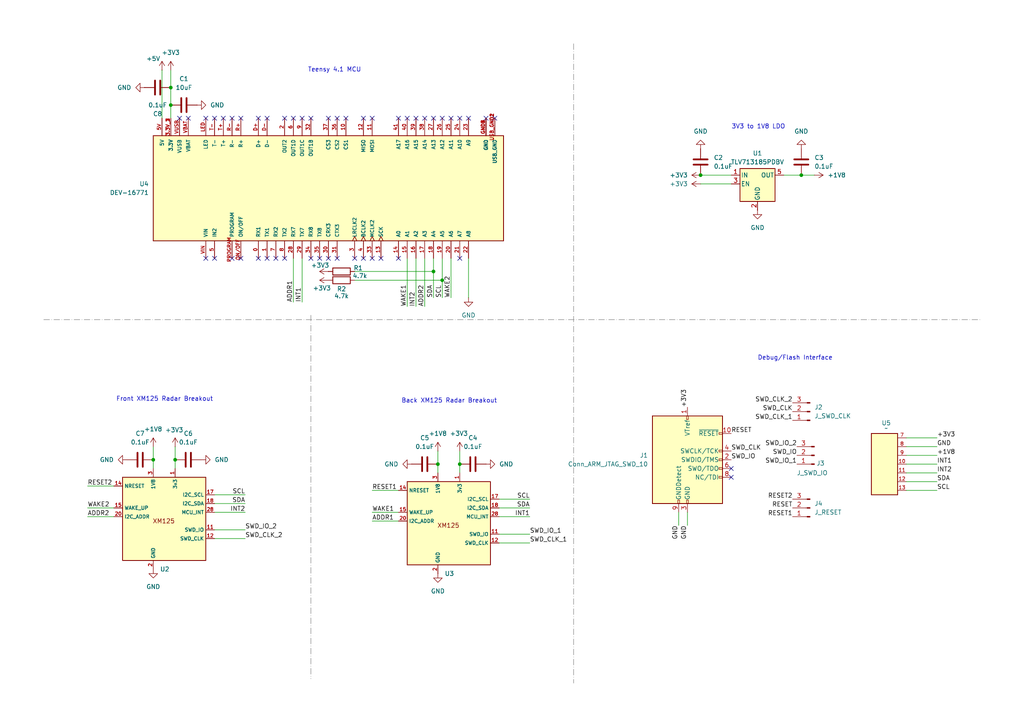
<source format=kicad_sch>
(kicad_sch (version 20250114) (generator "eeschema") (generator_version "9.0")
  (paper "A4")
  (lib_symbols
    (symbol "Acconeer:SWD_Debug"
      (property "Reference" "U5" (at 3.048 -12.192 0))
      (property "Value" "~" (at 3.048 -13.716 0))
      (symbol "SWD_Debug_1_1"
        (rectangle (start -1.27 -15.24) (end 6.35 -33.02) (stroke (width 0.254)) (fill (type background)))
        (pin bidirectional line (at 8.89 -16.51 180) (length 2.54) (name "") (number "7"))
        (pin bidirectional line (at 8.89 -19.05 180) (length 2.54) (name "") (number "8"))
        (pin power_in line (at 8.89 -21.59 180) (length 2.54) (name "") (number "9"))
        (pin bidirectional line (at 8.89 -24.13 180) (length 2.54) (name "") (number "10"))
        (pin bidirectional line (at 8.89 -26.67 180) (length 2.54) (name "") (number "11"))
        (pin bidirectional line (at 8.89 -29.21 180) (length 2.54) (name "") (number "12"))
        (pin bidirectional line (at 8.89 -31.75 180) (length 2.54) (name "") (number "13"))
      )
    )
    (symbol "Connector:Conn_01x03_Pin" (pin_names (offset 1.016) (hide yes))
      (property "Reference" "J" (at 0 5.08 0))
      (property "Value" "Conn_01x03_Pin" (at 0 -5.08 0))
      (symbol "Conn_01x03_Pin_1_1"
        (rectangle (start 0.8636 2.667) (end 0 2.413) (stroke (width 0.1524)) (fill (type outline)))
        (rectangle (start 0.8636 0.127) (end 0 -0.127) (stroke (width 0.1524)) (fill (type outline)))
        (rectangle (start 0.8636 -2.413) (end 0 -2.667) (stroke (width 0.1524)) (fill (type outline)))
        (polyline (pts (xy 1.27 2.54) (xy 0.8636 2.54)) (stroke (width 0.1524)))
        (polyline (pts (xy 1.27 0) (xy 0.8636 0)) (stroke (width 0.1524)))
        (polyline (pts (xy 1.27 -2.54) (xy 0.8636 -2.54)) (stroke (width 0.1524)))
        (pin passive line (at 5.08 2.54 180) (length 3.81) (name "Pin_1") (number "1"))
        (pin passive line (at 5.08 0 180) (length 3.81) (name "Pin_2") (number "2"))
        (pin passive line (at 5.08 -2.54 180) (length 3.81) (name "Pin_3") (number "3"))
      )
    )
    (symbol "Connector:Conn_ARM_JTAG_SWD_10" (pin_names (offset 1.016))
      (property "Reference" "J" (at -2.54 16.51 0))
      (property "Value" "Conn_ARM_JTAG_SWD_10" (at -2.54 13.97 0))
      (symbol "Conn_ARM_JTAG_SWD_10_0_1"
        (rectangle (start -10.16 12.7) (end 10.16 -12.7) (stroke (width 0.254)) (fill (type background)))
        (rectangle (start -2.794 -12.7) (end -2.286 -11.684))
        (rectangle (start -0.254 12.7) (end 0.254 11.684))
        (rectangle (start -0.254 -12.7) (end 0.254 -11.684))
        (rectangle (start 9.144 2.286) (end 10.16 2.794))
        (rectangle (start 10.16 7.874) (end 9.144 7.366))
        (rectangle (start 10.16 -0.254) (end 9.144 0.254))
        (rectangle (start 10.16 -2.794) (end 9.144 -2.286))
      )
      (symbol "Conn_ARM_JTAG_SWD_10_1_1"
        (rectangle (start 9.144 -5.334) (end 10.16 -4.826))
        (pin no_connect line (at -10.16 0 0) (length 2.54) (hide yes) (name "KEY") (number "7"))
        (pin passive line (at -2.54 -15.24 90) (length 2.54) (name "GNDDetect") (number "9"))
        (pin power_in line (at 0 15.24 270) (length 2.54) (name "VTref") (number "1"))
        (pin power_in line (at 0 -15.24 90) (length 2.54) (name "GND") (number "3"))
        (pin passive line (at 0 -15.24 90) (length 2.54) (hide yes) (name "GND") (number "5"))
        (pin open_collector line (at 12.7 7.62 180) (length 2.54) (name "~{RESET}") (number "10"))
        (pin output line (at 12.7 2.54 180) (length 2.54) (name "SWCLK/TCK") (number "4"))
        (pin bidirectional line (at 12.7 0 180) (length 2.54) (name "SWDIO/TMS") (number "2"))
        (pin input line (at 12.7 -2.54 180) (length 2.54) (name "SWO/TDO") (number "6"))
        (pin output line (at 12.7 -5.08 180) (length 2.54) (name "NC/TDI") (number "8"))
      )
    )
    (symbol "DEV-16771:DEV-16771" (pin_names (offset 1.016))
      (property "Reference" "U" (at -15.24 52.07 0))
      (property "Value" "DEV-16771" (at -15.24 -53.34 0))
      (symbol "DEV-16771_0_0"
        (rectangle (start -15.24 -50.8) (end 15.24 50.8) (stroke (width 0.254)) (fill (type background)))
        (pin input line (at -20.32 35.56 0) (length 5.08) (name "VIN") (number "VIN"))
        (pin bidirectional line (at -20.32 33.02 0) (length 5.08) (name "IN2") (number "5"))
        (pin bidirectional line (at -20.32 27.94 0) (length 5.08) (name "PROGRAM") (number "PROGRAM"))
        (pin bidirectional line (at -20.32 25.4 0) (length 5.08) (name "ON/OFF") (number "ON/OFF"))
        (pin bidirectional line (at -20.32 20.32 0) (length 5.08) (name "RX1") (number "0"))
        (pin bidirectional line (at -20.32 17.78 0) (length 5.08) (name "TX1") (number "1"))
        (pin bidirectional line (at -20.32 15.24 0) (length 5.08) (name "RX2") (number "7"))
        (pin bidirectional line (at -20.32 12.7 0) (length 5.08) (name "TX2") (number "8"))
        (pin bidirectional line (at -20.32 10.16 0) (length 5.08) (name "RX7") (number "28"))
        (pin bidirectional line (at -20.32 7.62 0) (length 5.08) (name "TX7") (number "29"))
        (pin bidirectional line (at -20.32 5.08 0) (length 5.08) (name "RX8") (number "34"))
        (pin bidirectional line (at -20.32 2.54 0) (length 5.08) (name "TX8") (number "35"))
        (pin bidirectional line (at -20.32 0 0) (length 5.08) (name "CRX3") (number "30"))
        (pin bidirectional line (at -20.32 -2.54 0) (length 5.08) (name "CTX3") (number "31"))
        (pin bidirectional clock (at -20.32 -7.62 0) (length 5.08) (name "LRCLK2") (number "3"))
        (pin bidirectional clock (at -20.32 -10.16 0) (length 5.08) (name "BCLK2") (number "4"))
        (pin bidirectional clock (at -20.32 -12.7 0) (length 5.08) (name "MCLK2") (number "33"))
        (pin bidirectional clock (at -20.32 -15.24 0) (length 5.08) (name "SCK") (number "13"))
        (pin bidirectional line (at -20.32 -20.32 0) (length 5.08) (name "A0") (number "14"))
        (pin bidirectional line (at -20.32 -22.86 0) (length 5.08) (name "A1") (number "15"))
        (pin bidirectional line (at -20.32 -25.4 0) (length 5.08) (name "A2") (number "16"))
        (pin bidirectional line (at -20.32 -27.94 0) (length 5.08) (name "A3") (number "17"))
        (pin bidirectional line (at -20.32 -30.48 0) (length 5.08) (name "A4") (number "18"))
        (pin bidirectional line (at -20.32 -33.02 0) (length 5.08) (name "A5") (number "19"))
        (pin bidirectional line (at -20.32 -35.56 0) (length 5.08) (name "A6") (number "20"))
        (pin bidirectional line (at -20.32 -38.1 0) (length 5.08) (name "A7") (number "21"))
        (pin bidirectional line (at -20.32 -40.64 0) (length 5.08) (name "A8") (number "22"))
        (pin power_in line (at 20.32 48.26 180) (length 5.08) (name "5V") (number "5V"))
        (pin power_in line (at 20.32 45.72 180) (length 5.08) (name "3.3V") (number "3.3V_1"))
        (pin power_in line (at 20.32 45.72 180) (length 5.08) (name "3.3V") (number "3.3V_2"))
        (pin power_in line (at 20.32 45.72 180) (length 5.08) (name "3.3V") (number "3.3V_3"))
        (pin passive line (at 20.32 43.18 180) (length 5.08) (name "VUSB") (number "VUSB"))
        (pin passive line (at 20.32 40.64 180) (length 5.08) (name "VBAT") (number "VBAT"))
        (pin bidirectional line (at 20.32 35.56 180) (length 5.08) (name "LED") (number "LED"))
        (pin bidirectional line (at 20.32 33.02 180) (length 5.08) (name "T-") (number "T-"))
        (pin bidirectional line (at 20.32 30.48 180) (length 5.08) (name "T+") (number "T+"))
        (pin bidirectional line (at 20.32 27.94 180) (length 5.08) (name "R-") (number "R-"))
        (pin bidirectional line (at 20.32 25.4 180) (length 5.08) (name "R+") (number "R+"))
        (pin bidirectional line (at 20.32 20.32 180) (length 5.08) (name "D+") (number "D+"))
        (pin bidirectional line (at 20.32 17.78 180) (length 5.08) (name "D-") (number "D-"))
        (pin output line (at 20.32 12.7 180) (length 5.08) (name "OUT2") (number "2"))
        (pin output line (at 20.32 10.16 180) (length 5.08) (name "OUT1D") (number "6"))
        (pin output line (at 20.32 7.62 180) (length 5.08) (name "OUT1C") (number "9"))
        (pin output line (at 20.32 5.08 180) (length 5.08) (name "OUT1B") (number "32"))
        (pin bidirectional line (at 20.32 0 180) (length 5.08) (name "CS3") (number "37"))
        (pin bidirectional line (at 20.32 -2.54 180) (length 5.08) (name "CS2") (number "36"))
        (pin bidirectional line (at 20.32 -5.08 180) (length 5.08) (name "CS1") (number "10"))
        (pin bidirectional line (at 20.32 -10.16 180) (length 5.08) (name "MISO") (number "12"))
        (pin bidirectional line (at 20.32 -12.7 180) (length 5.08) (name "MOSI") (number "11"))
        (pin bidirectional line (at 20.32 -20.32 180) (length 5.08) (name "A17") (number "41"))
        (pin bidirectional line (at 20.32 -22.86 180) (length 5.08) (name "A16") (number "40"))
        (pin bidirectional line (at 20.32 -25.4 180) (length 5.08) (name "A15") (number "39"))
        (pin bidirectional line (at 20.32 -27.94 180) (length 5.08) (name "A14") (number "38"))
        (pin bidirectional line (at 20.32 -30.48 180) (length 5.08) (name "A13") (number "27"))
        (pin bidirectional line (at 20.32 -33.02 180) (length 5.08) (name "A12") (number "26"))
        (pin bidirectional line (at 20.32 -35.56 180) (length 5.08) (name "A11") (number "25"))
        (pin bidirectional line (at 20.32 -38.1 180) (length 5.08) (name "A10") (number "24"))
        (pin bidirectional line (at 20.32 -40.64 180) (length 5.08) (name "A9") (number "23"))
        (pin power_in line (at 20.32 -45.72 180) (length 5.08) (name "GND") (number "GND1"))
        (pin power_in line (at 20.32 -45.72 180) (length 5.08) (name "GND") (number "GND2"))
        (pin power_in line (at 20.32 -45.72 180) (length 5.08) (name "GND") (number "GND3"))
        (pin power_in line (at 20.32 -45.72 180) (length 5.08) (name "GND") (number "GND4"))
        (pin power_in line (at 20.32 -45.72 180) (length 5.08) (name "GND") (number "GND5"))
        (pin power_in line (at 20.32 -48.26 180) (length 5.08) (name "USB_GND") (number "USB_GND1"))
        (pin power_in line (at 20.32 -48.26 180) (length 5.08) (name "USB_GND") (number "USB_GND2"))
      )
    )
    (symbol "Device:C" (pin_numbers (hide yes)) (pin_names (offset 0.254))
      (property "Reference" "C" (at 0.635 2.54 0))
      (property "Value" "C" (at 0.635 -2.54 0))
      (symbol "C_0_1"
        (polyline (pts (xy -2.032 0.762) (xy 2.032 0.762)) (stroke (width 0.508)))
        (polyline (pts (xy -2.032 -0.762) (xy 2.032 -0.762)) (stroke (width 0.508)))
      )
      (symbol "C_1_1"
        (pin passive line (at 0 3.81 270) (length 2.794) (name "~") (number "1"))
        (pin passive line (at 0 -3.81 90) (length 2.794) (name "~") (number "2"))
      )
    )
    (symbol "Device:R" (pin_numbers (hide yes)) (pin_names (offset 0))
      (property "Reference" "R" (at 2.032 0 90))
      (property "Value" "R" (at 0 0 90))
      (symbol "R_0_1"
        (rectangle (start -1.016 -2.54) (end 1.016 2.54) (stroke (width 0.254)))
      )
      (symbol "R_1_1"
        (pin passive line (at 0 3.81 270) (length 1.27) (name "~") (number "1"))
        (pin passive line (at 0 -3.81 90) (length 1.27) (name "~") (number "2"))
      )
    )
    (symbol "Regulator_Linear:TLV713185PDBV" (pin_names (offset 0.254))
      (property "Reference" "U" (at -3.81 5.715 0))
      (property "Value" "TLV713185PDBV" (at 0 5.715 0))
      (symbol "TLV713185PDBV_0_1"
        (rectangle (start -5.08 4.445) (end 5.08 -5.08) (stroke (width 0.254)) (fill (type background)))
      )
      (symbol "TLV713185PDBV_1_1"
        (pin power_in line (at -7.62 2.54 0) (length 2.54) (name "IN") (number "1"))
        (pin input line (at -7.62 0 0) (length 2.54) (name "EN") (number "3"))
        (pin power_in line (at 0 -7.62 90) (length 2.54) (name "GND") (number "2"))
        (pin no_connect line (at 5.08 0 180) (length 2.54) (hide yes) (name "NC") (number "4"))
        (pin power_out line (at 7.62 2.54 180) (length 2.54) (name "OUT") (number "5"))
      )
    )
    (symbol "XM125_1"
      (property "Reference" "U2" (at 10.8586 -26.67 0))
      (symbol "XM125_1_1_0"
        (pin input line (at -2.54 -2.54 0) (length 2.54) (name "NRESET") (number "14"))
        (pin input line (at -2.54 -8.89 0) (length 2.54) (name "WAKE_UP") (number "15"))
        (pin input line (at -2.54 -11.43 0) (length 2.54) (name "I2C_ADDR") (number "20"))
        (pin power_in line (at 8.89 2.54 270) (length 2.54) (name "1V8") (number "3"))
        (pin power_in line (at 8.89 -26.67 90) (length 2.54) (hide yes) (name "GND") (number "10"))
        (pin power_in line (at 8.89 -26.67 90) (length 2.54) (hide yes) (name "GND") (number "13"))
        (pin power_in line (at 8.89 -26.67 90) (length 2.54) (hide yes) (name "GND") (number "16"))
        (pin power_in line (at 8.89 -26.67 90) (length 2.54) (hide yes) (name "GND") (number "19"))
        (pin power_in line (at 8.89 -26.67 90) (length 2.54) (name "GND") (number "2"))
        (pin power_in line (at 8.89 -26.67 90) (length 2.54) (hide yes) (name "GND") (number "22"))
        (pin power_in line (at 8.89 -26.67 90) (length 2.54) (hide yes) (name "GND") (number "27"))
        (pin power_in line (at 8.89 -26.67 90) (length 2.54) (hide yes) (name "GND") (number "4"))
        (pin power_in line (at 8.89 -26.67 90) (length 2.54) (hide yes) (name "GND") (number "7"))
        (pin power_in line (at 15.24 2.54 270) (length 2.54) (name "3v3") (number "1"))
        (pin bidirectional line (at 26.67 -5.08 180) (length 2.54) (name "I2C_SCL") (number "17"))
        (pin bidirectional line (at 26.67 -7.62 180) (length 2.54) (name "I2C_SDA") (number "18"))
        (pin output line (at 26.67 -10.16 180) (length 2.54) (name "MCU_INT") (number "28"))
      )
      (symbol "XM125_1_1_1"
        (rectangle (start 0 0) (end 24.13 -24.13) (stroke (width 0.254)) (fill (type background)))
        (text "XM125" (at 11.938 -12.7 0) (effects (font (size 1.27 1.27))))
        (pin bidirectional line (at 26.67 -15.24 180) (length 2.54) (name "SWD_IO") (number "11"))
        (pin bidirectional line (at 26.67 -17.78 180) (length 2.54) (name "SWD_CLK") (number "12"))
      )
    )
    (symbol "power:+1V8" (power) (pin_numbers (hide yes)) (pin_names (offset 0) (hide yes))
      (property "Value" "+1V8" (at 0 3.556 0))
      (symbol "+1V8_0_1"
        (polyline (pts (xy -0.762 1.27) (xy 0 2.54)))
        (polyline (pts (xy 0 2.54) (xy 0.762 1.27)))
        (polyline (pts (xy 0 0) (xy 0 2.54)))
      )
      (symbol "+1V8_1_1"
        (pin power_in line (at 0 0 90) (length 0) (name "~") (number "1"))
      )
    )
    (symbol "power:+3.3V" (power) (pin_numbers (hide yes)) (pin_names (offset 0) (hide yes))
      (property "Value" "+3.3V" (at 0 3.556 0))
      (symbol "+3.3V_0_1"
        (polyline (pts (xy -0.762 1.27) (xy 0 2.54)))
        (polyline (pts (xy 0 2.54) (xy 0.762 1.27)))
        (polyline (pts (xy 0 0) (xy 0 2.54)))
      )
      (symbol "+3.3V_1_1"
        (pin power_in line (at 0 0 90) (length 0) (name "~") (number "1"))
      )
    )
    (symbol "power:+3V3" (power) (pin_numbers (hide yes)) (pin_names (offset 0) (hide yes))
      (property "Value" "+3V3" (at 0 3.556 0))
      (symbol "+3V3_0_1"
        (polyline (pts (xy -0.762 1.27) (xy 0 2.54)))
        (polyline (pts (xy 0 2.54) (xy 0.762 1.27)))
        (polyline (pts (xy 0 0) (xy 0 2.54)))
      )
      (symbol "+3V3_1_1"
        (pin power_in line (at 0 0 90) (length 0) (name "~") (number "1"))
      )
    )
    (symbol "power:+5V" (power) (pin_numbers (hide yes)) (pin_names (offset 0) (hide yes))
      (property "Value" "+5V" (at 0 3.556 0))
      (symbol "+5V_0_1"
        (polyline (pts (xy -0.762 1.27) (xy 0 2.54)))
        (polyline (pts (xy 0 2.54) (xy 0.762 1.27)))
        (polyline (pts (xy 0 0) (xy 0 2.54)))
      )
      (symbol "+5V_1_1"
        (pin power_in line (at 0 0 90) (length 0) (name "~") (number "1"))
      )
    )
    (symbol "power:GND" (power) (pin_numbers (hide yes)) (pin_names (offset 0) (hide yes))
      (property "Value" "GND" (at 0 -3.81 0))
      (symbol "GND_0_1"
        (polyline (pts (xy 0 0) (xy 0 -1.27) (xy 1.27 -1.27) (xy 0 -2.54) (xy -1.27 -1.27) (xy 0 -1.27)))
      )
      (symbol "GND_1_1"
        (pin power_in line (at 0 0 270) (length 0) (name "~") (number "1"))
      )
    )
  )
  (text "3V3 to 1V8 LDO" (at 219.964 36.83 0) (effects (font (size 1.27 1.27))))
  (text "Front XM125 Radar Breakout" (at 47.752 115.824 0) (effects (font (size 1.27 1.27))))
  (text "Back XM125 Radar Breakout" (at 130.302 116.332 0) (effects (font (size 1.27 1.27))))
  (text "Debug/Flash Interface" (at 230.632 103.886 0) (effects (font (size 1.27 1.27))))
  (text "Teensy 4.1 MCU" (at 97.028 20.32 0) (effects (font (size 1.27 1.27))))
  (junction (at 50.8 133.35))
  (junction (at 44.45 133.35))
  (junction (at 203.2 50.8))
  (junction (at 128.27 81.28))
  (junction (at 49.53 25.4))
  (junction (at 125.73 78.74))
  (junction (at 133.35 134.62))
  (junction (at 127 134.62))
  (junction (at 232.41 50.8))
  (junction (at 49.53 30.48))
  (no_connect (at 54.61 34.29))
  (no_connect (at 105.41 34.29))
  (no_connect (at 90.17 34.29))
  (no_connect (at 107.95 34.29))
  (no_connect (at 67.31 34.29))
  (no_connect (at 59.69 74.93))
  (no_connect (at 95.25 74.93))
  (no_connect (at 125.73 34.29))
  (no_connect (at 100.33 34.29))
  (no_connect (at 67.31 74.93))
  (no_connect (at 212.09 135.89))
  (no_connect (at 212.09 138.43))
  (no_connect (at 82.55 34.29))
  (no_connect (at 135.89 34.29))
  (no_connect (at 140.97 34.29))
  (no_connect (at 77.47 34.29))
  (no_connect (at 95.25 34.29))
  (no_connect (at 87.63 34.29))
  (no_connect (at 62.23 74.93))
  (no_connect (at 74.93 74.93))
  (no_connect (at 80.01 74.93))
  (no_connect (at 105.41 74.93))
  (no_connect (at 107.95 74.93))
  (no_connect (at 92.71 74.93))
  (no_connect (at 123.19 34.29))
  (no_connect (at 128.27 34.29))
  (no_connect (at 82.55 74.93))
  (no_connect (at 110.49 74.93))
  (no_connect (at 102.87 74.93))
  (no_connect (at 120.65 34.29))
  (no_connect (at 64.77 34.29))
  (no_connect (at 130.81 34.29))
  (no_connect (at 85.09 34.29))
  (no_connect (at 74.93 34.29))
  (no_connect (at 59.69 34.29))
  (no_connect (at 62.23 34.29))
  (no_connect (at 133.35 74.93))
  (no_connect (at 143.51 34.29))
  (no_connect (at 97.79 34.29))
  (no_connect (at 115.57 34.29))
  (no_connect (at 118.11 34.29))
  (no_connect (at 69.85 74.93))
  (no_connect (at 52.07 34.29))
  (no_connect (at 97.79 74.93))
  (no_connect (at 77.47 74.93))
  (no_connect (at 69.85 34.29))
  (no_connect (at 90.17 74.93))
  (no_connect (at 115.57 74.93))
  (no_connect (at 133.35 34.29))
  (wire (pts (xy 127 134.62) (xy 127 137.16)))
  (polyline (pts (xy 12.7 92.71) (xy 284.48 92.71)) (stroke (width 0) (type dash_dot) (color 132 132 132 1)))
  (wire (pts (xy 262.89 139.7) (xy 271.78 139.7)))
  (wire (pts (xy 25.4 140.97) (xy 33.02 140.97)))
  (wire (pts (xy 118.11 74.93) (xy 118.11 88.9)))
  (wire (pts (xy 144.78 147.32) (xy 153.67 147.32)))
  (wire (pts (xy 85.09 74.93) (xy 85.09 87.63)))
  (wire (pts (xy 135.89 74.93) (xy 135.89 86.36)))
  (wire (pts (xy 196.85 148.59) (xy 196.85 152.4)))
  (wire (pts (xy 102.87 81.28) (xy 128.27 81.28)))
  (wire (pts (xy 107.95 142.24) (xy 115.57 142.24)))
  (wire (pts (xy 62.23 146.05) (xy 71.12 146.05)))
  (wire (pts (xy 128.27 74.93) (xy 128.27 81.28)))
  (wire (pts (xy 125.73 74.93) (xy 125.73 78.74)))
  (wire (pts (xy 262.89 129.54) (xy 271.78 129.54)))
  (wire (pts (xy 262.89 134.62) (xy 271.78 134.62)))
  (wire (pts (xy 62.23 143.51) (xy 71.12 143.51)))
  (polyline (pts (xy 165.1 448.31) (xy 165.1 262.89)) (stroke (width 0) (type dash_dot) (color 132 132 132 1)))
  (polyline (pts (xy 90.17 91.44) (xy 90.17 196.85)) (stroke (width 0) (type dash_dot) (color 132 132 132 1)))
  (wire (pts (xy 25.4 147.32) (xy 33.02 147.32)))
  (wire (pts (xy 144.78 149.86) (xy 153.67 149.86)))
  (wire (pts (xy 262.89 142.24) (xy 271.78 142.24)))
  (wire (pts (xy 232.41 50.8) (xy 236.22 50.8)))
  (wire (pts (xy 144.78 144.78) (xy 153.67 144.78)))
  (wire (pts (xy 203.2 50.8) (xy 212.09 50.8)))
  (wire (pts (xy 144.78 154.94) (xy 153.67 154.94)))
  (wire (pts (xy 62.23 148.59) (xy 71.12 148.59)))
  (wire (pts (xy 102.87 78.74) (xy 125.73 78.74)))
  (wire (pts (xy 127 130.81) (xy 127 134.62)))
  (wire (pts (xy 107.95 151.13) (xy 115.57 151.13)))
  (wire (pts (xy 227.33 50.8) (xy 232.41 50.8)))
  (wire (pts (xy 120.65 74.93) (xy 120.65 88.9)))
  (wire (pts (xy 62.23 156.21) (xy 71.12 156.21)))
  (wire (pts (xy 144.78 157.48) (xy 153.67 157.48)))
  (wire (pts (xy 49.53 25.4) (xy 49.53 30.48)))
  (wire (pts (xy 49.53 20.32) (xy 49.53 25.4)))
  (wire (pts (xy 25.4 149.86) (xy 33.02 149.86)))
  (wire (pts (xy 44.45 133.35) (xy 44.45 135.89)))
  (wire (pts (xy 46.99 20.32) (xy 46.99 34.29)))
  (wire (pts (xy 50.8 133.35) (xy 50.8 135.89)))
  (wire (pts (xy 123.19 74.93) (xy 123.19 88.9)))
  (wire (pts (xy 62.23 153.67) (xy 71.12 153.67)))
  (wire (pts (xy 133.35 134.62) (xy 133.35 137.16)))
  (wire (pts (xy 262.89 137.16) (xy 271.78 137.16)))
  (polyline (pts (xy 166.37 12.7) (xy 166.37 198.12)) (stroke (width 0) (type dash_dot) (color 132 132 132 1)))
  (wire (pts (xy 44.45 129.54) (xy 44.45 133.35)))
  (wire (pts (xy 133.35 130.81) (xy 133.35 134.62)))
  (wire (pts (xy 125.73 78.74) (xy 125.73 86.36)))
  (wire (pts (xy 262.89 127) (xy 271.78 127)))
  (wire (pts (xy 262.89 132.08) (xy 271.78 132.08)))
  (wire (pts (xy 203.2 53.34) (xy 212.09 53.34)))
  (wire (pts (xy 128.27 81.28) (xy 128.27 86.36)))
  (wire (pts (xy 50.8 129.54) (xy 50.8 133.35)))
  (wire (pts (xy 87.63 74.93) (xy 87.63 87.63)))
  (wire (pts (xy 49.53 30.48) (xy 49.53 34.29)))
  (wire (pts (xy 130.81 74.93) (xy 130.81 86.36)))
  (wire (pts (xy 199.39 148.59) (xy 199.39 152.4)))
  (wire (pts (xy 107.95 148.59) (xy 115.57 148.59)))
  (label "SWD_IO_2" (at 231.14 129.54 180))
  (label "GND" (at 196.85 152.4 270))
  (label "RESET" (at 229.87 147.32 180))
  (label "SWD_CLK_1" (at 229.87 121.92 180))
  (label "+3V3" (at 271.78 127 0))
  (label "SCL" (at 271.78 142.24 0))
  (label "SWD_CLK_2" (at 71.12 156.21 0))
  (label "RESET2" (at 25.4 140.97 0))
  (label "ADDR2" (at 25.4 149.86 0))
  (label "RESET2" (at 229.87 144.78 180))
  (label "SWD_CLK" (at 212.09 130.81 0))
  (label "SDA" (at 125.73 86.36 90))
  (label "RESET1" (at 107.95 142.24 0))
  (label "ADDR1" (at 107.95 151.13 0))
  (label "WAKE1" (at 118.11 88.9 90))
  (label "RESET1" (at 229.87 149.86 180))
  (label "SWD_IO_1" (at 153.67 154.94 0))
  (label "INT2" (at 71.12 148.59 180))
  (label "RESET" (at 212.09 125.73 0))
  (label "SDA" (at 71.12 146.05 180))
  (label "ADDR1" (at 85.09 87.63 90))
  (label "SWD_IO" (at 212.09 133.35 0))
  (label "+3V3" (at 199.39 118.11 90))
  (label "SCL" (at 153.67 144.78 180))
  (label "SWD_CLK" (at 229.87 119.38 180))
  (label "WAKE2" (at 25.4 147.32 0))
  (label "SCL" (at 128.27 86.36 90))
  (label "+1V8" (at 271.78 132.08 0))
  (label "SWD_IO_1" (at 231.14 134.62 180))
  (label "SDA" (at 271.78 139.7 0))
  (label "INT1" (at 87.63 87.63 90))
  (label "WAKE1" (at 107.95 148.59 0))
  (label "INT2" (at 271.78 137.16 0))
  (label "SWD_CLK_2" (at 229.87 116.84 180))
  (label "INT1" (at 153.67 149.86 180))
  (label "SWD_IO_2" (at 71.12 153.67 0))
  (label "GND" (at 199.39 152.4 270))
  (label "ADDR2" (at 123.19 88.9 90))
  (label "SWD_CLK_1" (at 153.67 157.48 0))
  (label "INT1" (at 271.78 134.62 0))
  (label "SWD_IO" (at 231.14 132.08 180))
  (label "INT2" (at 120.65 88.9 90))
  (label "SDA" (at 153.67 147.32 180))
  (label "SCL" (at 71.12 143.51 180))
  (label "GND" (at 271.78 129.54 0))
  (label "WAKE2" (at 130.81 86.36 90))
  (symbol (lib_id "Device:C") (at 45.72 25.4 270) (unit 1)
    (property "Reference" "C8" (at 45.72 33.02 90))
    (property "Value" "0.1uF" (at 45.72 30.48 90))
    (property "Footprint" "Capacitor_SMD:C_0603_1608Metric_Pad1.08x0.95mm_HandSolder" (effects (hide yes)))
    (property "Description" "Unpolarized capacitor" (effects (hide yes)))
  )
  (symbol (lib_id "power:GND") (at 119.38 134.62 270) (unit 1)
    (property "Reference" "#PWR021" (effects (hide yes)))
    (property "Value" "GND" (at 115.57 134.6199 90) (effects (justify right)))
    (property "Description" "Power symbol creates a global label with name \"GND\" , ground" (effects (hide yes)))
  )
  (symbol (lib_name "XM125_1") (lib_id "Acconeer:XM125") (at 35.56 138.43 0) (unit 1)
    (property "Reference" "U2" (at 46.4186 165.1 0) (effects (justify left)))
    (property "Footprint" "Acconeer:XM125" (effects (hide yes)))
  )
  (symbol (lib_id "power:GND") (at 140.97 134.62 90) (unit 1)
    (property "Reference" "#PWR020" (effects (hide yes)))
    (property "Value" "GND" (at 144.78 134.6199 90) (effects (justify right)))
    (property "Description" "Power symbol creates a global label with name \"GND\" , ground" (effects (hide yes)))
  )
  (symbol (lib_id "power:+3.3V") (at 203.2 50.8 90) (unit 1)
    (property "Reference" "#PWR012" (effects (hide yes)))
    (property "Value" "+3V3" (at 196.85 50.8 90))
    (property "Description" "Power symbol creates a global label with name \"+3.3V\"" (effects (hide yes)))
  )
  (symbol (lib_id "Device:C") (at 203.2 46.99 180) (unit 1)
    (property "Reference" "C2" (at 207.01 45.7199 0) (effects (justify right)))
    (property "Value" "0.1uF" (at 207.01 48.2599 0) (effects (justify right)))
    (property "Footprint" "Capacitor_SMD:C_0603_1608Metric_Pad1.08x0.95mm_HandSolder" (effects (hide yes)))
    (property "Description" "Unpolarized capacitor" (effects (hide yes)))
  )
  (symbol (lib_id "Device:R") (at 99.06 81.28 90) (unit 1)
    (property "Reference" "R2" (at 99.06 83.82 90))
    (property "Value" "4.7k" (at 99.06 85.852 90))
    (property "Footprint" "Resistor_SMD:R_0603_1608Metric_Pad0.98x0.95mm_HandSolder" (effects (hide yes)))
    (property "Description" "Resistor" (effects (hide yes)))
  )
  (symbol (lib_id "Connector:Conn_01x03_Pin") (at 234.95 119.38 180) (unit 1)
    (property "Reference" "J2" (at 236.22 118.1099 0) (effects (justify right)))
    (property "Value" "J_SWD_CLK" (at 236.22 120.6499 0) (effects (justify right)))
    (property "Footprint" "Connector_PinHeader_1.27mm:PinHeader_1x03_P1.27mm_Vertical" (effects (hide yes)))
    (property "Description" "Generic connector, single row, 01x03, script generated" (effects (hide yes)))
  )
  (symbol (lib_id "Connector:Conn_ARM_JTAG_SWD_10") (at 199.39 133.35 0) (unit 1)
    (property "Reference" "J1" (at 187.96 132.0799 0) (effects (justify right)))
    (property "Value" "Conn_ARM_JTAG_SWD_10" (at 187.96 134.6199 0) (effects (justify right)))
    (property "Footprint" "FTS-105-03-L-DV:FTS-105-03-L-DV" (effects (hide yes)))
    (property "Datasheet" "http://infocenter.arm.com/help/topic/com.arm.doc.ddi0314h/DDI0314H_coresight_components_trm.pdf" (effects (hide yes)))
    (property "Description" "Cortex Debug Connector, standard ARM Cortex-M SWD and JTAG interface" (effects (hide yes)))
  )
  (symbol (lib_id "power:+3V3") (at 95.25 78.74 90) (unit 1)
    (property "Reference" "#PWR025" (effects (hide yes)))
    (property "Value" "+3V3" (at 95.504 76.962 90) (effects (justify left)))
    (property "Description" "Power symbol creates a global label with name \"+3V3\"" (effects (hide yes)))
  )
  (symbol (lib_id "power:+1V8") (at 44.45 129.54 0) (unit 1)
    (property "Reference" "#PWR015" (effects (hide yes)))
    (property "Value" "+1V8" (at 44.45 124.46 0))
    (property "Description" "Power symbol creates a global label with name \"+1V8\"" (effects (hide yes)))
  )
  (symbol (lib_id "power:GND") (at 203.2 43.18 180) (unit 1)
    (property "Reference" "#PWR022" (effects (hide yes)))
    (property "Value" "GND" (at 203.2 38.1 0))
    (property "Description" "Power symbol creates a global label with name \"GND\" , ground" (effects (hide yes)))
  )
  (symbol (lib_id "power:GND") (at 41.91 25.4 270) (unit 1)
    (property "Reference" "#PWR024" (effects (hide yes)))
    (property "Value" "GND" (at 38.1 25.4001 90) (effects (justify right)))
    (property "Description" "Power symbol creates a global label with name \"GND\" , ground" (effects (hide yes)))
  )
  (symbol (lib_id "power:GND") (at 58.42 133.35 90) (unit 1)
    (property "Reference" "#PWR019" (effects (hide yes)))
    (property "Value" "GND" (at 62.23 133.3499 90) (effects (justify right)))
    (property "Description" "Power symbol creates a global label with name \"GND\" , ground" (effects (hide yes)))
  )
  (symbol (lib_id "DEV-16771:DEV-16771") (at 95.25 54.61 90) (unit 1)
    (property "Reference" "U4" (at 43.18 53.3399 90) (effects (justify left)))
    (property "Value" "DEV-16771" (at 43.18 55.8799 90) (effects (justify left)))
    (property "Footprint" "DEV-16771:MODULE_DEV-16771" (effects (hide yes)))
    (property "MF" "SparkFun Electronics" (effects (hide yes)))
    (property "MAXIMUM_PACKAGE_HEIGHT" "4.07mm" (effects (hide yes)))
    (property "Package" "None" (effects (hide yes)))
    (property "Price" "None" (effects (hide yes)))
    (property "Check_prices" "https://www.snapeda.com/parts/DEV-16771/SparkFun/view-part/?ref=eda" (effects (hide yes)))
    (property "STANDARD" "Manufacturer recommendations" (effects (hide yes)))
    (property "PARTREV" "4.1" (effects (hide yes)))
    (property "SnapEDA_Link" "https://www.snapeda.com/parts/DEV-16771/SparkFun/view-part/?ref=snap" (effects (hide yes)))
    (property "MP" "DEV-16771" (effects (hide yes)))
    (property "Description_1" "RT1062 Teensy 4.1 series ARM® Cortex®-M7 MPU Embedded Evaluation Board" (effects (hide yes)))
    (property "Availability" "In Stock" (effects (hide yes)))
    (property "MANUFACTURER" "SparkFun Electronics" (effects (hide yes)))
  )
  (symbol (lib_id "Device:C") (at 123.19 134.62 270) (unit 1)
    (property "Reference" "C5" (at 123.19 127 90))
    (property "Value" "0.1uF" (at 123.19 129.54 90))
    (property "Footprint" "Capacitor_SMD:C_0603_1608Metric_Pad1.08x0.95mm_HandSolder" (effects (hide yes)))
    (property "Description" "Unpolarized capacitor" (effects (hide yes)))
  )
  (symbol (lib_id "Acconeer:SWD_Debug") (at 254 110.49 0) (unit 1)
    (property "Reference" "U5" (at 257.048 122.682 0))
    (property "Value" "~" (at 257.048 124.206 0))
    (property "Footprint" "Acconeer:Debug" (effects (hide yes)))
  )
  (symbol (lib_id "power:+3.3V") (at 50.8 129.54 0) (unit 1)
    (property "Reference" "#PWR06" (effects (hide yes)))
    (property "Value" "+3V3" (at 50.546 124.714 0))
    (property "Description" "Power symbol creates a global label with name \"+3.3V\"" (effects (hide yes)))
  )
  (symbol (lib_id "power:GND") (at 232.41 43.18 180) (unit 1)
    (property "Reference" "#PWR023" (effects (hide yes)))
    (property "Value" "GND" (at 232.41 38.1 0))
    (property "Description" "Power symbol creates a global label with name \"GND\" , ground" (effects (hide yes)))
  )
  (symbol (lib_id "Device:R") (at 99.06 78.74 90) (unit 1)
    (property "Reference" "R1" (at 103.886 77.724 90))
    (property "Value" "4.7k" (at 104.394 80.01 90))
    (property "Footprint" "Resistor_SMD:R_0603_1608Metric_Pad0.98x0.95mm_HandSolder" (effects (hide yes)))
    (property "Description" "Resistor" (effects (hide yes)))
  )
  (symbol (lib_id "power:GND") (at 135.89 86.36 0) (unit 1)
    (property "Reference" "#PWR01" (effects (hide yes)))
    (property "Value" "GND" (at 135.89 91.44 0))
    (property "Description" "Power symbol creates a global label with name \"GND\" , ground" (effects (hide yes)))
  )
  (symbol (lib_id "power:+3.3V") (at 133.35 130.81 0) (unit 1)
    (property "Reference" "#PWR07" (effects (hide yes)))
    (property "Value" "+3V3" (at 133.096 125.73 0))
    (property "Description" "Power symbol creates a global label with name \"+3.3V\"" (effects (hide yes)))
  )
  (symbol (lib_id "power:+3V3") (at 95.25 81.28 90) (unit 1)
    (property "Reference" "#PWR026" (effects (hide yes)))
    (property "Value" "+3V3" (at 96.012 83.566 90) (effects (justify left)))
    (property "Description" "Power symbol creates a global label with name \"+3V3\"" (effects (hide yes)))
  )
  (symbol (lib_id "power:GND") (at 36.83 133.35 270) (unit 1)
    (property "Reference" "#PWR018" (effects (hide yes)))
    (property "Value" "GND" (at 33.02 133.3499 90) (effects (justify right)))
    (property "Description" "Power symbol creates a global label with name \"GND\" , ground" (effects (hide yes)))
  )
  (symbol (lib_id "power:+1V8") (at 236.22 50.8 270) (unit 1)
    (property "Reference" "#PWR09" (effects (hide yes)))
    (property "Value" "+1V8" (at 240.03 50.7999 90) (effects (justify left)))
    (property "Description" "Power symbol creates a global label with name \"+1V8\"" (effects (hide yes)))
  )
  (symbol (lib_id "power:+1V8") (at 127 130.81 0) (unit 1)
    (property "Reference" "#PWR014" (effects (hide yes)))
    (property "Value" "+1V8" (at 127 125.73 0))
    (property "Description" "Power symbol creates a global label with name \"+1V8\"" (effects (hide yes)))
  )
  (symbol (lib_id "Regulator_Linear:TLV713185PDBV") (at 219.71 53.34 0) (unit 1)
    (property "Reference" "U1" (at 219.71 44.45 0))
    (property "Value" "TLV713185PDBV" (at 219.71 46.99 0))
    (property "Footprint" "Package_TO_SOT_SMD:SOT-23-5_HandSoldering" (effects (hide yes)))
    (property "Datasheet" "http://www.ti.com/lit/ds/symlink/tlv713p.pdf" (effects (hide yes)))
    (property "Description" "150mA Low Dropout Voltage Regulator, Fixed Output 1.8V, SOT-23-5" (effects (hide yes)))
  )
  (symbol (lib_id "Device:C") (at 53.34 30.48 90) (unit 1)
    (property "Reference" "C1" (at 53.34 22.86 90))
    (property "Value" "10uF" (at 53.34 25.4 90))
    (property "Footprint" "Capacitor_SMD:C_0603_1608Metric_Pad1.08x0.95mm_HandSolder" (effects (hide yes)))
    (property "Description" "Unpolarized capacitor" (effects (hide yes)))
  )
  (symbol (lib_name "XM125_1") (lib_id "Acconeer:XM125") (at 118.11 139.7 0) (unit 1)
    (property "Reference" "U3" (at 128.9686 166.37 0) (effects (justify left)))
    (property "Footprint" "Acconeer:XM125" (effects (hide yes)))
  )
  (symbol (lib_id "power:GND") (at 44.45 165.1 0) (unit 1)
    (property "Reference" "#PWR03" (effects (hide yes)))
    (property "Value" "GND" (at 44.45 170.18 0))
    (property "Description" "Power symbol creates a global label with name \"GND\" , ground" (effects (hide yes)))
  )
  (symbol (lib_id "power:+3V3") (at 49.53 20.32 0) (unit 1)
    (property "Reference" "#PWR08" (effects (hide yes)))
    (property "Value" "+3V3" (at 49.53 15.24 0))
    (property "Description" "Power symbol creates a global label with name \"+3V3\"" (effects (hide yes)))
  )
  (symbol (lib_id "Device:C") (at 232.41 46.99 180) (unit 1)
    (property "Reference" "C3" (at 236.22 45.7199 0) (effects (justify right)))
    (property "Value" "0.1uF" (at 236.22 48.2599 0) (effects (justify right)))
    (property "Footprint" "Capacitor_SMD:C_0603_1608Metric_Pad1.08x0.95mm_HandSolder" (effects (hide yes)))
    (property "Description" "Unpolarized capacitor" (effects (hide yes)))
  )
  (symbol (lib_id "Device:C") (at 40.64 133.35 270) (unit 1)
    (property "Reference" "C7" (at 40.64 125.73 90))
    (property "Value" "0.1uF" (at 40.64 128.27 90))
    (property "Footprint" "Capacitor_SMD:C_0603_1608Metric_Pad1.08x0.95mm_HandSolder" (effects (hide yes)))
    (property "Description" "Unpolarized capacitor" (effects (hide yes)))
  )
  (symbol (lib_id "Connector:Conn_01x03_Pin") (at 236.22 132.08 180) (unit 1)
    (property "Reference" "J3" (at 237.998 134.366 0))
    (property "Value" "J_SWD_IO" (at 235.585 137.16 0))
    (property "Footprint" "Connector_PinHeader_1.27mm:PinHeader_1x03_P1.27mm_Vertical" (effects (hide yes)))
    (property "Description" "Generic connector, single row, 01x03, script generated" (effects (hide yes)))
  )
  (symbol (lib_id "power:GND") (at 57.15 30.48 90) (unit 1)
    (property "Reference" "#PWR017" (effects (hide yes)))
    (property "Value" "GND" (at 60.96 30.4799 90) (effects (justify right)))
    (property "Description" "Power symbol creates a global label with name \"GND\" , ground" (effects (hide yes)))
  )
  (symbol (lib_id "power:GND") (at 219.71 60.96 0) (unit 1)
    (property "Reference" "#PWR05" (effects (hide yes)))
    (property "Value" "GND" (at 219.71 66.04 0))
    (property "Description" "Power symbol creates a global label with name \"GND\" , ground" (effects (hide yes)))
  )
  (symbol (lib_id "Device:C") (at 137.16 134.62 270) (unit 1)
    (property "Reference" "C4" (at 137.16 127 90))
    (property "Value" "0.1uF" (at 137.16 129.54 90))
    (property "Footprint" "Capacitor_SMD:C_0603_1608Metric_Pad1.08x0.95mm_HandSolder" (effects (hide yes)))
    (property "Description" "Unpolarized capacitor" (effects (hide yes)))
  )
  (symbol (lib_id "power:GND") (at 127 166.37 0) (unit 1)
    (property "Reference" "#PWR04" (effects (hide yes)))
    (property "Value" "GND" (at 127 171.45 0))
    (property "Description" "Power symbol creates a global label with name \"GND\" , ground" (effects (hide yes)))
  )
  (symbol (lib_id "Device:C") (at 54.61 133.35 270) (unit 1)
    (property "Reference" "C6" (at 54.61 125.73 90))
    (property "Value" "0.1uF" (at 54.61 128.27 90))
    (property "Footprint" "Capacitor_SMD:C_0603_1608Metric_Pad1.08x0.95mm_HandSolder" (effects (hide yes)))
    (property "Description" "Unpolarized capacitor" (effects (hide yes)))
  )
  (symbol (lib_id "power:+5V") (at 46.99 20.32 0) (unit 1)
    (property "Reference" "#PWR02" (effects (hide yes)))
    (property "Value" "+5V" (at 44.45 17.018 0))
    (property "Description" "Power symbol creates a global label with name \"+5V\"" (effects (hide yes)))
  )
  (symbol (lib_id "power:+3.3V") (at 203.2 53.34 90) (unit 1)
    (property "Reference" "#PWR011" (effects (hide yes)))
    (property "Value" "+3V3" (at 196.85 53.34 90))
    (property "Description" "Power symbol creates a global label with name \"+3.3V\"" (effects (hide yes)))
  )
  (symbol (lib_id "Connector:Conn_01x03_Pin") (at 234.95 147.32 180) (unit 1)
    (property "Reference" "J4" (at 236.22 146.0499 0) (effects (justify right)))
    (property "Value" "J_RESET" (at 236.22 148.5899 0) (effects (justify right)))
    (property "Footprint" "Connector_PinHeader_1.27mm:PinHeader_1x03_P1.27mm_Vertical" (effects (hide yes)))
    (property "Description" "Generic connector, single row, 01x03, script generated" (effects (hide yes)))
  )
)
</source>
